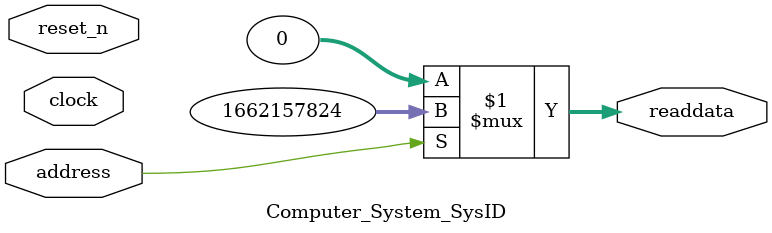
<source format=v>



// synthesis translate_off
`timescale 1ns / 1ps
// synthesis translate_on

// turn off superfluous verilog processor warnings 
// altera message_level Level1 
// altera message_off 10034 10035 10036 10037 10230 10240 10030 

module Computer_System_SysID (
               // inputs:
                address,
                clock,
                reset_n,

               // outputs:
                readdata
             )
;

  output  [ 31: 0] readdata;
  input            address;
  input            clock;
  input            reset_n;

  wire    [ 31: 0] readdata;
  //control_slave, which is an e_avalon_slave
  assign readdata = address ? 1662157824 : 0;

endmodule



</source>
